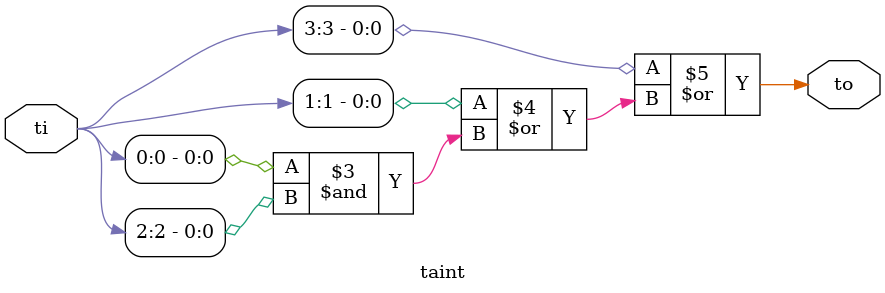
<source format=v>
module taint_tb();
wire to;
reg [3:0] ti;
taint taint1(ti, to);
integer i;
initial begin
 for(i=0;i<4;i=i+1) begin
  ti[i] = 0;
end

#10 
  $display ("Value of to is %b ",to);
end
endmodule
module taint(ti, to);
output to;
reg to;
input [3:0] ti;
always @(*)
begin
 to = 0;
 to = (ti[3]  | (ti[1]  | (ti[0]  & ti[2] )));

end
endmodule


</source>
